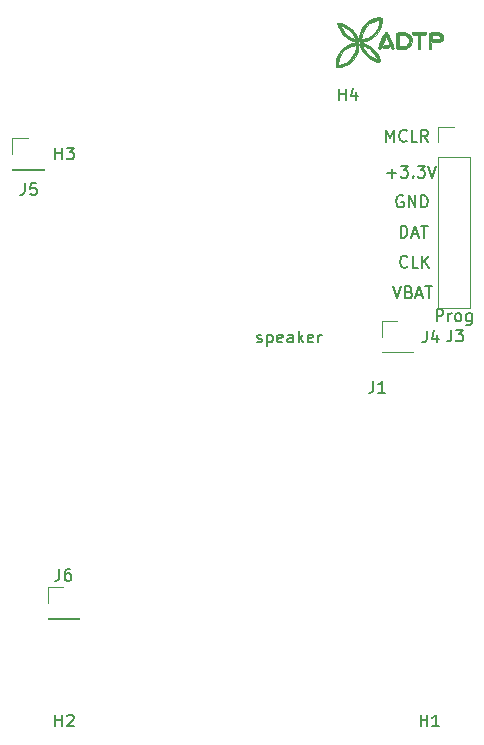
<source format=gto>
%TF.GenerationSoftware,KiCad,Pcbnew,(5.1.10)-1*%
%TF.CreationDate,2022-06-23T17:12:29+02:00*%
%TF.ProjectId,Stop_BBM_3PIC,53746f70-5f42-4424-9d5f-335049432e6b,1.1*%
%TF.SameCoordinates,Original*%
%TF.FileFunction,Legend,Top*%
%TF.FilePolarity,Positive*%
%FSLAX46Y46*%
G04 Gerber Fmt 4.6, Leading zero omitted, Abs format (unit mm)*
G04 Created by KiCad (PCBNEW (5.1.10)-1) date 2022-06-23 17:12:29*
%MOMM*%
%LPD*%
G01*
G04 APERTURE LIST*
%ADD10C,0.150000*%
%ADD11C,0.010000*%
%ADD12C,0.120000*%
G04 APERTURE END LIST*
D10*
X116336667Y-121611428D02*
X117098571Y-121611428D01*
X116717619Y-121992380D02*
X116717619Y-121230476D01*
X117479524Y-120992380D02*
X118098571Y-120992380D01*
X117765238Y-121373333D01*
X117908095Y-121373333D01*
X118003333Y-121420952D01*
X118050952Y-121468571D01*
X118098571Y-121563809D01*
X118098571Y-121801904D01*
X118050952Y-121897142D01*
X118003333Y-121944761D01*
X117908095Y-121992380D01*
X117622381Y-121992380D01*
X117527143Y-121944761D01*
X117479524Y-121897142D01*
X118527143Y-121897142D02*
X118574762Y-121944761D01*
X118527143Y-121992380D01*
X118479524Y-121944761D01*
X118527143Y-121897142D01*
X118527143Y-121992380D01*
X118908095Y-120992380D02*
X119527143Y-120992380D01*
X119193809Y-121373333D01*
X119336667Y-121373333D01*
X119431905Y-121420952D01*
X119479524Y-121468571D01*
X119527143Y-121563809D01*
X119527143Y-121801904D01*
X119479524Y-121897142D01*
X119431905Y-121944761D01*
X119336667Y-121992380D01*
X119050952Y-121992380D01*
X118955714Y-121944761D01*
X118908095Y-121897142D01*
X119812857Y-120992380D02*
X120146190Y-121992380D01*
X120479524Y-120992380D01*
X116857142Y-131202380D02*
X117190476Y-132202380D01*
X117523809Y-131202380D01*
X118190476Y-131678571D02*
X118333333Y-131726190D01*
X118380952Y-131773809D01*
X118428571Y-131869047D01*
X118428571Y-132011904D01*
X118380952Y-132107142D01*
X118333333Y-132154761D01*
X118238095Y-132202380D01*
X117857142Y-132202380D01*
X117857142Y-131202380D01*
X118190476Y-131202380D01*
X118285714Y-131250000D01*
X118333333Y-131297619D01*
X118380952Y-131392857D01*
X118380952Y-131488095D01*
X118333333Y-131583333D01*
X118285714Y-131630952D01*
X118190476Y-131678571D01*
X117857142Y-131678571D01*
X118809523Y-131916666D02*
X119285714Y-131916666D01*
X118714285Y-132202380D02*
X119047619Y-131202380D01*
X119380952Y-132202380D01*
X119571428Y-131202380D02*
X120142857Y-131202380D01*
X119857142Y-132202380D02*
X119857142Y-131202380D01*
X117480000Y-127072380D02*
X117480000Y-126072380D01*
X117718095Y-126072380D01*
X117860952Y-126120000D01*
X117956190Y-126215238D01*
X118003809Y-126310476D01*
X118051429Y-126500952D01*
X118051429Y-126643809D01*
X118003809Y-126834285D01*
X117956190Y-126929523D01*
X117860952Y-127024761D01*
X117718095Y-127072380D01*
X117480000Y-127072380D01*
X118432381Y-126786666D02*
X118908571Y-126786666D01*
X118337143Y-127072380D02*
X118670476Y-126072380D01*
X119003809Y-127072380D01*
X119194286Y-126072380D02*
X119765714Y-126072380D01*
X119480000Y-127072380D02*
X119480000Y-126072380D01*
X118051428Y-129517142D02*
X118003809Y-129564761D01*
X117860952Y-129612380D01*
X117765714Y-129612380D01*
X117622857Y-129564761D01*
X117527619Y-129469523D01*
X117480000Y-129374285D01*
X117432381Y-129183809D01*
X117432381Y-129040952D01*
X117480000Y-128850476D01*
X117527619Y-128755238D01*
X117622857Y-128660000D01*
X117765714Y-128612380D01*
X117860952Y-128612380D01*
X118003809Y-128660000D01*
X118051428Y-128707619D01*
X118956190Y-129612380D02*
X118480000Y-129612380D01*
X118480000Y-128612380D01*
X119289524Y-129612380D02*
X119289524Y-128612380D01*
X119860952Y-129612380D02*
X119432381Y-129040952D01*
X119860952Y-128612380D02*
X119289524Y-129183809D01*
X117670476Y-123550000D02*
X117575238Y-123502380D01*
X117432381Y-123502380D01*
X117289523Y-123550000D01*
X117194285Y-123645238D01*
X117146666Y-123740476D01*
X117099047Y-123930952D01*
X117099047Y-124073809D01*
X117146666Y-124264285D01*
X117194285Y-124359523D01*
X117289523Y-124454761D01*
X117432381Y-124502380D01*
X117527619Y-124502380D01*
X117670476Y-124454761D01*
X117718095Y-124407142D01*
X117718095Y-124073809D01*
X117527619Y-124073809D01*
X118146666Y-124502380D02*
X118146666Y-123502380D01*
X118718095Y-124502380D01*
X118718095Y-123502380D01*
X119194285Y-124502380D02*
X119194285Y-123502380D01*
X119432381Y-123502380D01*
X119575238Y-123550000D01*
X119670476Y-123645238D01*
X119718095Y-123740476D01*
X119765714Y-123930952D01*
X119765714Y-124073809D01*
X119718095Y-124264285D01*
X119670476Y-124359523D01*
X119575238Y-124454761D01*
X119432381Y-124502380D01*
X119194285Y-124502380D01*
X116261904Y-118952380D02*
X116261904Y-117952380D01*
X116595238Y-118666666D01*
X116928571Y-117952380D01*
X116928571Y-118952380D01*
X117976190Y-118857142D02*
X117928571Y-118904761D01*
X117785714Y-118952380D01*
X117690476Y-118952380D01*
X117547619Y-118904761D01*
X117452380Y-118809523D01*
X117404761Y-118714285D01*
X117357142Y-118523809D01*
X117357142Y-118380952D01*
X117404761Y-118190476D01*
X117452380Y-118095238D01*
X117547619Y-118000000D01*
X117690476Y-117952380D01*
X117785714Y-117952380D01*
X117928571Y-118000000D01*
X117976190Y-118047619D01*
X118880952Y-118952380D02*
X118404761Y-118952380D01*
X118404761Y-117952380D01*
X119785714Y-118952380D02*
X119452380Y-118476190D01*
X119214285Y-118952380D02*
X119214285Y-117952380D01*
X119595238Y-117952380D01*
X119690476Y-118000000D01*
X119738095Y-118047619D01*
X119785714Y-118142857D01*
X119785714Y-118285714D01*
X119738095Y-118380952D01*
X119690476Y-118428571D01*
X119595238Y-118476190D01*
X119214285Y-118476190D01*
X105309523Y-135904761D02*
X105404761Y-135952380D01*
X105595238Y-135952380D01*
X105690476Y-135904761D01*
X105738095Y-135809523D01*
X105738095Y-135761904D01*
X105690476Y-135666666D01*
X105595238Y-135619047D01*
X105452380Y-135619047D01*
X105357142Y-135571428D01*
X105309523Y-135476190D01*
X105309523Y-135428571D01*
X105357142Y-135333333D01*
X105452380Y-135285714D01*
X105595238Y-135285714D01*
X105690476Y-135333333D01*
X106166666Y-135285714D02*
X106166666Y-136285714D01*
X106166666Y-135333333D02*
X106261904Y-135285714D01*
X106452380Y-135285714D01*
X106547619Y-135333333D01*
X106595238Y-135380952D01*
X106642857Y-135476190D01*
X106642857Y-135761904D01*
X106595238Y-135857142D01*
X106547619Y-135904761D01*
X106452380Y-135952380D01*
X106261904Y-135952380D01*
X106166666Y-135904761D01*
X107452380Y-135904761D02*
X107357142Y-135952380D01*
X107166666Y-135952380D01*
X107071428Y-135904761D01*
X107023809Y-135809523D01*
X107023809Y-135428571D01*
X107071428Y-135333333D01*
X107166666Y-135285714D01*
X107357142Y-135285714D01*
X107452380Y-135333333D01*
X107500000Y-135428571D01*
X107500000Y-135523809D01*
X107023809Y-135619047D01*
X108357142Y-135952380D02*
X108357142Y-135428571D01*
X108309523Y-135333333D01*
X108214285Y-135285714D01*
X108023809Y-135285714D01*
X107928571Y-135333333D01*
X108357142Y-135904761D02*
X108261904Y-135952380D01*
X108023809Y-135952380D01*
X107928571Y-135904761D01*
X107880952Y-135809523D01*
X107880952Y-135714285D01*
X107928571Y-135619047D01*
X108023809Y-135571428D01*
X108261904Y-135571428D01*
X108357142Y-135523809D01*
X108833333Y-135952380D02*
X108833333Y-134952380D01*
X108928571Y-135571428D02*
X109214285Y-135952380D01*
X109214285Y-135285714D02*
X108833333Y-135666666D01*
X110023809Y-135904761D02*
X109928571Y-135952380D01*
X109738095Y-135952380D01*
X109642857Y-135904761D01*
X109595238Y-135809523D01*
X109595238Y-135428571D01*
X109642857Y-135333333D01*
X109738095Y-135285714D01*
X109928571Y-135285714D01*
X110023809Y-135333333D01*
X110071428Y-135428571D01*
X110071428Y-135523809D01*
X109595238Y-135619047D01*
X110500000Y-135952380D02*
X110500000Y-135285714D01*
X110500000Y-135476190D02*
X110547619Y-135380952D01*
X110595238Y-135333333D01*
X110690476Y-135285714D01*
X110785714Y-135285714D01*
X120523809Y-134152380D02*
X120523809Y-133152380D01*
X120904761Y-133152380D01*
X121000000Y-133200000D01*
X121047619Y-133247619D01*
X121095238Y-133342857D01*
X121095238Y-133485714D01*
X121047619Y-133580952D01*
X121000000Y-133628571D01*
X120904761Y-133676190D01*
X120523809Y-133676190D01*
X121523809Y-134152380D02*
X121523809Y-133485714D01*
X121523809Y-133676190D02*
X121571428Y-133580952D01*
X121619047Y-133533333D01*
X121714285Y-133485714D01*
X121809523Y-133485714D01*
X122285714Y-134152380D02*
X122190476Y-134104761D01*
X122142857Y-134057142D01*
X122095238Y-133961904D01*
X122095238Y-133676190D01*
X122142857Y-133580952D01*
X122190476Y-133533333D01*
X122285714Y-133485714D01*
X122428571Y-133485714D01*
X122523809Y-133533333D01*
X122571428Y-133580952D01*
X122619047Y-133676190D01*
X122619047Y-133961904D01*
X122571428Y-134057142D01*
X122523809Y-134104761D01*
X122428571Y-134152380D01*
X122285714Y-134152380D01*
X123476190Y-133485714D02*
X123476190Y-134295238D01*
X123428571Y-134390476D01*
X123380952Y-134438095D01*
X123285714Y-134485714D01*
X123142857Y-134485714D01*
X123047619Y-134438095D01*
X123476190Y-134104761D02*
X123380952Y-134152380D01*
X123190476Y-134152380D01*
X123095238Y-134104761D01*
X123047619Y-134057142D01*
X123000000Y-133961904D01*
X123000000Y-133676190D01*
X123047619Y-133580952D01*
X123095238Y-133533333D01*
X123190476Y-133485714D01*
X123380952Y-133485714D01*
X123476190Y-133533333D01*
D11*
%TO.C,G21*%
G36*
X113776679Y-110569369D02*
G01*
X113880625Y-110579375D01*
X113878056Y-110849692D01*
X113846769Y-111180175D01*
X113761892Y-111494302D01*
X113627340Y-111782647D01*
X113447028Y-112035787D01*
X113338537Y-112148459D01*
X113084500Y-112343689D01*
X112789155Y-112495415D01*
X112460442Y-112600221D01*
X112177522Y-112648123D01*
X112074914Y-112656897D01*
X112017981Y-112652217D01*
X111989557Y-112629755D01*
X111976229Y-112597405D01*
X111967623Y-112528873D01*
X111968167Y-112423339D01*
X111975085Y-112331306D01*
X111975188Y-112330703D01*
X112182000Y-112330703D01*
X112187176Y-112391157D01*
X112209432Y-112425393D01*
X112258857Y-112434596D01*
X112345539Y-112419955D01*
X112479568Y-112382654D01*
X112519968Y-112370441D01*
X112831165Y-112248593D01*
X113093087Y-112087157D01*
X113306574Y-111885113D01*
X113472465Y-111641436D01*
X113591600Y-111355106D01*
X113664822Y-111025099D01*
X113672316Y-110968312D01*
X113681116Y-110851571D01*
X113671973Y-110793509D01*
X113659847Y-110785750D01*
X113614400Y-110793779D01*
X113525543Y-110815024D01*
X113410913Y-110845216D01*
X113388087Y-110851498D01*
X113073603Y-110964649D01*
X112805631Y-111116168D01*
X112586686Y-111304237D01*
X112419285Y-111527036D01*
X112395618Y-111569196D01*
X112337257Y-111699198D01*
X112280609Y-111861143D01*
X112231793Y-112033213D01*
X112196930Y-112193593D01*
X112182139Y-112320465D01*
X112182000Y-112330703D01*
X111975188Y-112330703D01*
X112039324Y-111957008D01*
X112147357Y-111628458D01*
X112300104Y-111344565D01*
X112498480Y-111104240D01*
X112743405Y-110906392D01*
X113035794Y-110749931D01*
X113376568Y-110633767D01*
X113411554Y-110624772D01*
X113546543Y-110595219D01*
X113670850Y-110575371D01*
X113762014Y-110568635D01*
X113776679Y-110569369D01*
G37*
X113776679Y-110569369D02*
X113880625Y-110579375D01*
X113878056Y-110849692D01*
X113846769Y-111180175D01*
X113761892Y-111494302D01*
X113627340Y-111782647D01*
X113447028Y-112035787D01*
X113338537Y-112148459D01*
X113084500Y-112343689D01*
X112789155Y-112495415D01*
X112460442Y-112600221D01*
X112177522Y-112648123D01*
X112074914Y-112656897D01*
X112017981Y-112652217D01*
X111989557Y-112629755D01*
X111976229Y-112597405D01*
X111967623Y-112528873D01*
X111968167Y-112423339D01*
X111975085Y-112331306D01*
X111975188Y-112330703D01*
X112182000Y-112330703D01*
X112187176Y-112391157D01*
X112209432Y-112425393D01*
X112258857Y-112434596D01*
X112345539Y-112419955D01*
X112479568Y-112382654D01*
X112519968Y-112370441D01*
X112831165Y-112248593D01*
X113093087Y-112087157D01*
X113306574Y-111885113D01*
X113472465Y-111641436D01*
X113591600Y-111355106D01*
X113664822Y-111025099D01*
X113672316Y-110968312D01*
X113681116Y-110851571D01*
X113671973Y-110793509D01*
X113659847Y-110785750D01*
X113614400Y-110793779D01*
X113525543Y-110815024D01*
X113410913Y-110845216D01*
X113388087Y-110851498D01*
X113073603Y-110964649D01*
X112805631Y-111116168D01*
X112586686Y-111304237D01*
X112419285Y-111527036D01*
X112395618Y-111569196D01*
X112337257Y-111699198D01*
X112280609Y-111861143D01*
X112231793Y-112033213D01*
X112196930Y-112193593D01*
X112182139Y-112320465D01*
X112182000Y-112330703D01*
X111975188Y-112330703D01*
X112039324Y-111957008D01*
X112147357Y-111628458D01*
X112300104Y-111344565D01*
X112498480Y-111104240D01*
X112743405Y-110906392D01*
X113035794Y-110749931D01*
X113376568Y-110633767D01*
X113411554Y-110624772D01*
X113546543Y-110595219D01*
X113670850Y-110575371D01*
X113762014Y-110568635D01*
X113776679Y-110569369D01*
G36*
X114204415Y-110592207D02*
G01*
X114321229Y-110625506D01*
X114667968Y-110766298D01*
X114972955Y-110954222D01*
X115234489Y-111187701D01*
X115450870Y-111465159D01*
X115620397Y-111785022D01*
X115649365Y-111856092D01*
X115695885Y-111984987D01*
X115716875Y-112071075D01*
X115715031Y-112128430D01*
X115705956Y-112151548D01*
X115680517Y-112189941D01*
X115646679Y-112207321D01*
X115589186Y-112204550D01*
X115492783Y-112182486D01*
X115434078Y-112166879D01*
X115087482Y-112042432D01*
X114778341Y-111867205D01*
X114509116Y-111643408D01*
X114282266Y-111373248D01*
X114100251Y-111058933D01*
X114037402Y-110913356D01*
X114013156Y-110841176D01*
X114232423Y-110841176D01*
X114254967Y-110904893D01*
X114302169Y-110997678D01*
X114367448Y-111108560D01*
X114444225Y-111226567D01*
X114525920Y-111340729D01*
X114605954Y-111440073D01*
X114631437Y-111468333D01*
X114752919Y-111588723D01*
X114872494Y-111682537D01*
X115014447Y-111767351D01*
X115116027Y-111819065D01*
X115258911Y-111888264D01*
X115354504Y-111931806D01*
X115412197Y-111952657D01*
X115441381Y-111953782D01*
X115451449Y-111938148D01*
X115452250Y-111925256D01*
X115434035Y-111861078D01*
X115385407Y-111761851D01*
X115315387Y-111642294D01*
X115232999Y-111517129D01*
X115147266Y-111401076D01*
X115087721Y-111330536D01*
X114981434Y-111225027D01*
X114862949Y-111123658D01*
X114769625Y-111056233D01*
X114668739Y-110998345D01*
X114549369Y-110937853D01*
X114428777Y-110882556D01*
X114324226Y-110840252D01*
X114252978Y-110818737D01*
X114241116Y-110817500D01*
X114232423Y-110841176D01*
X114013156Y-110841176D01*
X113985801Y-110759745D01*
X113973425Y-110654148D01*
X114003550Y-110593242D01*
X114079455Y-110573703D01*
X114204415Y-110592207D01*
G37*
X114204415Y-110592207D02*
X114321229Y-110625506D01*
X114667968Y-110766298D01*
X114972955Y-110954222D01*
X115234489Y-111187701D01*
X115450870Y-111465159D01*
X115620397Y-111785022D01*
X115649365Y-111856092D01*
X115695885Y-111984987D01*
X115716875Y-112071075D01*
X115715031Y-112128430D01*
X115705956Y-112151548D01*
X115680517Y-112189941D01*
X115646679Y-112207321D01*
X115589186Y-112204550D01*
X115492783Y-112182486D01*
X115434078Y-112166879D01*
X115087482Y-112042432D01*
X114778341Y-111867205D01*
X114509116Y-111643408D01*
X114282266Y-111373248D01*
X114100251Y-111058933D01*
X114037402Y-110913356D01*
X114013156Y-110841176D01*
X114232423Y-110841176D01*
X114254967Y-110904893D01*
X114302169Y-110997678D01*
X114367448Y-111108560D01*
X114444225Y-111226567D01*
X114525920Y-111340729D01*
X114605954Y-111440073D01*
X114631437Y-111468333D01*
X114752919Y-111588723D01*
X114872494Y-111682537D01*
X115014447Y-111767351D01*
X115116027Y-111819065D01*
X115258911Y-111888264D01*
X115354504Y-111931806D01*
X115412197Y-111952657D01*
X115441381Y-111953782D01*
X115451449Y-111938148D01*
X115452250Y-111925256D01*
X115434035Y-111861078D01*
X115385407Y-111761851D01*
X115315387Y-111642294D01*
X115232999Y-111517129D01*
X115147266Y-111401076D01*
X115087721Y-111330536D01*
X114981434Y-111225027D01*
X114862949Y-111123658D01*
X114769625Y-111056233D01*
X114668739Y-110998345D01*
X114549369Y-110937853D01*
X114428777Y-110882556D01*
X114324226Y-110840252D01*
X114252978Y-110818737D01*
X114241116Y-110817500D01*
X114232423Y-110841176D01*
X114013156Y-110841176D01*
X113985801Y-110759745D01*
X113973425Y-110654148D01*
X114003550Y-110593242D01*
X114079455Y-110573703D01*
X114204415Y-110592207D01*
G36*
X117450800Y-109676512D02*
G01*
X117559008Y-109680537D01*
X117795725Y-109698974D01*
X117981163Y-109738608D01*
X118125455Y-109804486D01*
X118238737Y-109901657D01*
X118331140Y-110035171D01*
X118352752Y-110075979D01*
X118414559Y-110264304D01*
X118419520Y-110458691D01*
X118371719Y-110647316D01*
X118275239Y-110818353D01*
X118134163Y-110959974D01*
X118023706Y-111029032D01*
X117897267Y-111073573D01*
X117730748Y-111105439D01*
X117546767Y-111122017D01*
X117367941Y-111120693D01*
X117293750Y-111113368D01*
X117220620Y-111101386D01*
X117165590Y-111082476D01*
X117126090Y-111048382D01*
X117099546Y-110990846D01*
X117083387Y-110901611D01*
X117082056Y-110881000D01*
X117323846Y-110881000D01*
X117571230Y-110881000D01*
X117733867Y-110874551D01*
X117851719Y-110853272D01*
X117928453Y-110822093D01*
X118022985Y-110744644D01*
X118106868Y-110630488D01*
X118164960Y-110504373D01*
X118182750Y-110406483D01*
X118159329Y-110290539D01*
X118098946Y-110163245D01*
X118016413Y-110050014D01*
X117934430Y-109980548D01*
X117841367Y-109942840D01*
X117715893Y-109922346D01*
X117585180Y-109916321D01*
X117341375Y-109912625D01*
X117332610Y-110396812D01*
X117323846Y-110881000D01*
X117082056Y-110881000D01*
X117075042Y-110772422D01*
X117071938Y-110595019D01*
X117071500Y-110399829D01*
X117071558Y-110165151D01*
X117075087Y-109986532D01*
X117087117Y-109856553D01*
X117112675Y-109767792D01*
X117156794Y-109712829D01*
X117224501Y-109684241D01*
X117320826Y-109674609D01*
X117450800Y-109676512D01*
G37*
X117450800Y-109676512D02*
X117559008Y-109680537D01*
X117795725Y-109698974D01*
X117981163Y-109738608D01*
X118125455Y-109804486D01*
X118238737Y-109901657D01*
X118331140Y-110035171D01*
X118352752Y-110075979D01*
X118414559Y-110264304D01*
X118419520Y-110458691D01*
X118371719Y-110647316D01*
X118275239Y-110818353D01*
X118134163Y-110959974D01*
X118023706Y-111029032D01*
X117897267Y-111073573D01*
X117730748Y-111105439D01*
X117546767Y-111122017D01*
X117367941Y-111120693D01*
X117293750Y-111113368D01*
X117220620Y-111101386D01*
X117165590Y-111082476D01*
X117126090Y-111048382D01*
X117099546Y-110990846D01*
X117083387Y-110901611D01*
X117082056Y-110881000D01*
X117323846Y-110881000D01*
X117571230Y-110881000D01*
X117733867Y-110874551D01*
X117851719Y-110853272D01*
X117928453Y-110822093D01*
X118022985Y-110744644D01*
X118106868Y-110630488D01*
X118164960Y-110504373D01*
X118182750Y-110406483D01*
X118159329Y-110290539D01*
X118098946Y-110163245D01*
X118016413Y-110050014D01*
X117934430Y-109980548D01*
X117841367Y-109942840D01*
X117715893Y-109922346D01*
X117585180Y-109916321D01*
X117341375Y-109912625D01*
X117332610Y-110396812D01*
X117323846Y-110881000D01*
X117082056Y-110881000D01*
X117075042Y-110772422D01*
X117071938Y-110595019D01*
X117071500Y-110399829D01*
X117071558Y-110165151D01*
X117075087Y-109986532D01*
X117087117Y-109856553D01*
X117112675Y-109767792D01*
X117156794Y-109712829D01*
X117224501Y-109684241D01*
X117320826Y-109674609D01*
X117450800Y-109676512D01*
G36*
X116272810Y-109688437D02*
G01*
X116301444Y-109701938D01*
X116333801Y-109741445D01*
X116384177Y-109829457D01*
X116447869Y-109955187D01*
X116520173Y-110107843D01*
X116596387Y-110276636D01*
X116671809Y-110450778D01*
X116741735Y-110619477D01*
X116801462Y-110771945D01*
X116846288Y-110897392D01*
X116871511Y-110985027D01*
X116875015Y-111017886D01*
X116841522Y-111077612D01*
X116782875Y-111096932D01*
X116754073Y-111098979D01*
X116728869Y-111093259D01*
X116703580Y-111073082D01*
X116674522Y-111031758D01*
X116638008Y-110962594D01*
X116590357Y-110858901D01*
X116527882Y-110713988D01*
X116446899Y-110521162D01*
X116387809Y-110379483D01*
X116329628Y-110243676D01*
X116279573Y-110133897D01*
X116242740Y-110060831D01*
X116224226Y-110035164D01*
X116223725Y-110035441D01*
X116207481Y-110068172D01*
X116171425Y-110149980D01*
X116119715Y-110271136D01*
X116056508Y-110421914D01*
X115995776Y-110568707D01*
X115917494Y-110757035D01*
X115857817Y-110894304D01*
X115812265Y-110988608D01*
X115776356Y-111048042D01*
X115745610Y-111080702D01*
X115715545Y-111094682D01*
X115703462Y-111096770D01*
X115634725Y-111095824D01*
X115601874Y-111083540D01*
X115586303Y-111056937D01*
X115583668Y-111014951D01*
X115596223Y-110950465D01*
X115626224Y-110856358D01*
X115675927Y-110725512D01*
X115747587Y-110550808D01*
X115838474Y-110336757D01*
X115935841Y-110112946D01*
X116014396Y-109942518D01*
X116078363Y-109819682D01*
X116131964Y-109738647D01*
X116179423Y-109693622D01*
X116224964Y-109678816D01*
X116272810Y-109688437D01*
G37*
X116272810Y-109688437D02*
X116301444Y-109701938D01*
X116333801Y-109741445D01*
X116384177Y-109829457D01*
X116447869Y-109955187D01*
X116520173Y-110107843D01*
X116596387Y-110276636D01*
X116671809Y-110450778D01*
X116741735Y-110619477D01*
X116801462Y-110771945D01*
X116846288Y-110897392D01*
X116871511Y-110985027D01*
X116875015Y-111017886D01*
X116841522Y-111077612D01*
X116782875Y-111096932D01*
X116754073Y-111098979D01*
X116728869Y-111093259D01*
X116703580Y-111073082D01*
X116674522Y-111031758D01*
X116638008Y-110962594D01*
X116590357Y-110858901D01*
X116527882Y-110713988D01*
X116446899Y-110521162D01*
X116387809Y-110379483D01*
X116329628Y-110243676D01*
X116279573Y-110133897D01*
X116242740Y-110060831D01*
X116224226Y-110035164D01*
X116223725Y-110035441D01*
X116207481Y-110068172D01*
X116171425Y-110149980D01*
X116119715Y-110271136D01*
X116056508Y-110421914D01*
X115995776Y-110568707D01*
X115917494Y-110757035D01*
X115857817Y-110894304D01*
X115812265Y-110988608D01*
X115776356Y-111048042D01*
X115745610Y-111080702D01*
X115715545Y-111094682D01*
X115703462Y-111096770D01*
X115634725Y-111095824D01*
X115601874Y-111083540D01*
X115586303Y-111056937D01*
X115583668Y-111014951D01*
X115596223Y-110950465D01*
X115626224Y-110856358D01*
X115675927Y-110725512D01*
X115747587Y-110550808D01*
X115838474Y-110336757D01*
X115935841Y-110112946D01*
X116014396Y-109942518D01*
X116078363Y-109819682D01*
X116131964Y-109738647D01*
X116179423Y-109693622D01*
X116224964Y-109678816D01*
X116272810Y-109688437D01*
G36*
X119058425Y-109973928D02*
G01*
X119136742Y-109993584D01*
X119128058Y-110540479D01*
X119119375Y-111087375D01*
X119038811Y-111096770D01*
X118969458Y-111095923D01*
X118935624Y-111083540D01*
X118925687Y-111042975D01*
X118918581Y-110952610D01*
X118914177Y-110825259D01*
X118912351Y-110673738D01*
X118912976Y-110510863D01*
X118915924Y-110349447D01*
X118921071Y-110202307D01*
X118928289Y-110082257D01*
X118937453Y-110002112D01*
X118946554Y-109975009D01*
X119000727Y-109966188D01*
X119058425Y-109973928D01*
G37*
X119058425Y-109973928D02*
X119136742Y-109993584D01*
X119128058Y-110540479D01*
X119119375Y-111087375D01*
X119038811Y-111096770D01*
X118969458Y-111095923D01*
X118935624Y-111083540D01*
X118925687Y-111042975D01*
X118918581Y-110952610D01*
X118914177Y-110825259D01*
X118912351Y-110673738D01*
X118912976Y-110510863D01*
X118915924Y-110349447D01*
X118921071Y-110202307D01*
X118928289Y-110082257D01*
X118937453Y-110002112D01*
X118946554Y-109975009D01*
X119000727Y-109966188D01*
X119058425Y-109973928D01*
G36*
X120572657Y-109679343D02*
G01*
X120730035Y-109696021D01*
X120845620Y-109727751D01*
X120929972Y-109777752D01*
X120993652Y-109849243D01*
X121007686Y-109871026D01*
X121063716Y-110021044D01*
X121059533Y-110182435D01*
X121020093Y-110298162D01*
X120966856Y-110384695D01*
X120896203Y-110443356D01*
X120796755Y-110478224D01*
X120657135Y-110493378D01*
X120476055Y-110493204D01*
X120167125Y-110484125D01*
X120167125Y-110293625D01*
X120462065Y-110277750D01*
X120618123Y-110266062D01*
X120721174Y-110247595D01*
X120781692Y-110217194D01*
X120810149Y-110169708D01*
X120817027Y-110103125D01*
X120803420Y-110023857D01*
X120757414Y-109967367D01*
X120671234Y-109930157D01*
X120537103Y-109908727D01*
X120365562Y-109899960D01*
X120087750Y-109893593D01*
X120087750Y-110460321D01*
X120086066Y-110691996D01*
X120080841Y-110864463D01*
X120071807Y-110981927D01*
X120058701Y-111048597D01*
X120049650Y-111065150D01*
X119988799Y-111095402D01*
X119912042Y-111102188D01*
X119855226Y-111082389D01*
X119854916Y-111082083D01*
X119848423Y-111045213D01*
X119842736Y-110954841D01*
X119838181Y-110820964D01*
X119835084Y-110653579D01*
X119833772Y-110462683D01*
X119833750Y-110433512D01*
X119833750Y-109806108D01*
X119917406Y-109740304D01*
X119961481Y-109711234D01*
X120014506Y-109692134D01*
X120090124Y-109680988D01*
X120201982Y-109675782D01*
X120362926Y-109674500D01*
X120572657Y-109679343D01*
G37*
X120572657Y-109679343D02*
X120730035Y-109696021D01*
X120845620Y-109727751D01*
X120929972Y-109777752D01*
X120993652Y-109849243D01*
X121007686Y-109871026D01*
X121063716Y-110021044D01*
X121059533Y-110182435D01*
X121020093Y-110298162D01*
X120966856Y-110384695D01*
X120896203Y-110443356D01*
X120796755Y-110478224D01*
X120657135Y-110493378D01*
X120476055Y-110493204D01*
X120167125Y-110484125D01*
X120167125Y-110293625D01*
X120462065Y-110277750D01*
X120618123Y-110266062D01*
X120721174Y-110247595D01*
X120781692Y-110217194D01*
X120810149Y-110169708D01*
X120817027Y-110103125D01*
X120803420Y-110023857D01*
X120757414Y-109967367D01*
X120671234Y-109930157D01*
X120537103Y-109908727D01*
X120365562Y-109899960D01*
X120087750Y-109893593D01*
X120087750Y-110460321D01*
X120086066Y-110691996D01*
X120080841Y-110864463D01*
X120071807Y-110981927D01*
X120058701Y-111048597D01*
X120049650Y-111065150D01*
X119988799Y-111095402D01*
X119912042Y-111102188D01*
X119855226Y-111082389D01*
X119854916Y-111082083D01*
X119848423Y-111045213D01*
X119842736Y-110954841D01*
X119838181Y-110820964D01*
X119835084Y-110653579D01*
X119833772Y-110462683D01*
X119833750Y-110433512D01*
X119833750Y-109806108D01*
X119917406Y-109740304D01*
X119961481Y-109711234D01*
X120014506Y-109692134D01*
X120090124Y-109680988D01*
X120201982Y-109675782D01*
X120362926Y-109674500D01*
X120572657Y-109679343D01*
G36*
X116359033Y-110760033D02*
G01*
X116446357Y-110787281D01*
X116479204Y-110812062D01*
X116523436Y-110869684D01*
X116521510Y-110911802D01*
X116481857Y-110958107D01*
X116419482Y-110990560D01*
X116309284Y-111006045D01*
X116230125Y-111008000D01*
X116091438Y-111000603D01*
X116005385Y-110977191D01*
X115978392Y-110958107D01*
X115938371Y-110906884D01*
X115928500Y-110880532D01*
X115957066Y-110829253D01*
X116031422Y-110789448D01*
X116134547Y-110763232D01*
X116249423Y-110752722D01*
X116359033Y-110760033D01*
G37*
X116359033Y-110760033D02*
X116446357Y-110787281D01*
X116479204Y-110812062D01*
X116523436Y-110869684D01*
X116521510Y-110911802D01*
X116481857Y-110958107D01*
X116419482Y-110990560D01*
X116309284Y-111006045D01*
X116230125Y-111008000D01*
X116091438Y-111000603D01*
X116005385Y-110977191D01*
X115978392Y-110958107D01*
X115938371Y-110906884D01*
X115928500Y-110880532D01*
X115957066Y-110829253D01*
X116031422Y-110789448D01*
X116134547Y-110763232D01*
X116249423Y-110752722D01*
X116359033Y-110760033D01*
G36*
X112327641Y-108898639D02*
G01*
X112348856Y-108903030D01*
X112652188Y-108993937D01*
X112940781Y-109131258D01*
X113200639Y-109306627D01*
X113417766Y-109511673D01*
X113468342Y-109572428D01*
X113578748Y-109729164D01*
X113681308Y-109904050D01*
X113767632Y-110080090D01*
X113829327Y-110240288D01*
X113857243Y-110360135D01*
X113873008Y-110500000D01*
X113765691Y-110498292D01*
X113673757Y-110487268D01*
X113555405Y-110460908D01*
X113483750Y-110440018D01*
X113153543Y-110301367D01*
X112857792Y-110112726D01*
X112601639Y-109879095D01*
X112390223Y-109605472D01*
X112228685Y-109296859D01*
X112183885Y-109178211D01*
X112406599Y-109178211D01*
X112436034Y-109257674D01*
X112487015Y-109359263D01*
X112664805Y-109638336D01*
X112878667Y-109870142D01*
X113051231Y-110003900D01*
X113172299Y-110077615D01*
X113298098Y-110143252D01*
X113416735Y-110196024D01*
X113516317Y-110231146D01*
X113584952Y-110243831D01*
X113610748Y-110229293D01*
X113610750Y-110229069D01*
X113594426Y-110179567D01*
X113551513Y-110093409D01*
X113491096Y-109986470D01*
X113422262Y-109874626D01*
X113354097Y-109773750D01*
X113336256Y-109749483D01*
X113131417Y-109523104D01*
X112887477Y-109339658D01*
X112706770Y-109241218D01*
X112559832Y-109173284D01*
X112463893Y-109138490D01*
X112414350Y-109139307D01*
X112406599Y-109178211D01*
X112183885Y-109178211D01*
X112182486Y-109174508D01*
X112139484Y-109033894D01*
X112127972Y-108943386D01*
X112152478Y-108895597D01*
X112217525Y-108883143D01*
X112327641Y-108898639D01*
G37*
X112327641Y-108898639D02*
X112348856Y-108903030D01*
X112652188Y-108993937D01*
X112940781Y-109131258D01*
X113200639Y-109306627D01*
X113417766Y-109511673D01*
X113468342Y-109572428D01*
X113578748Y-109729164D01*
X113681308Y-109904050D01*
X113767632Y-110080090D01*
X113829327Y-110240288D01*
X113857243Y-110360135D01*
X113873008Y-110500000D01*
X113765691Y-110498292D01*
X113673757Y-110487268D01*
X113555405Y-110460908D01*
X113483750Y-110440018D01*
X113153543Y-110301367D01*
X112857792Y-110112726D01*
X112601639Y-109879095D01*
X112390223Y-109605472D01*
X112228685Y-109296859D01*
X112183885Y-109178211D01*
X112406599Y-109178211D01*
X112436034Y-109257674D01*
X112487015Y-109359263D01*
X112664805Y-109638336D01*
X112878667Y-109870142D01*
X113051231Y-110003900D01*
X113172299Y-110077615D01*
X113298098Y-110143252D01*
X113416735Y-110196024D01*
X113516317Y-110231146D01*
X113584952Y-110243831D01*
X113610748Y-110229293D01*
X113610750Y-110229069D01*
X113594426Y-110179567D01*
X113551513Y-110093409D01*
X113491096Y-109986470D01*
X113422262Y-109874626D01*
X113354097Y-109773750D01*
X113336256Y-109749483D01*
X113131417Y-109523104D01*
X112887477Y-109339658D01*
X112706770Y-109241218D01*
X112559832Y-109173284D01*
X112463893Y-109138490D01*
X112414350Y-109139307D01*
X112406599Y-109178211D01*
X112183885Y-109178211D01*
X112182486Y-109174508D01*
X112139484Y-109033894D01*
X112127972Y-108943386D01*
X112152478Y-108895597D01*
X112217525Y-108883143D01*
X112327641Y-108898639D01*
G36*
X115835051Y-108441966D02*
G01*
X115869930Y-108505115D01*
X115879631Y-108615872D01*
X115875762Y-108712793D01*
X115826890Y-109061271D01*
X115728904Y-109382856D01*
X115585058Y-109671679D01*
X115398604Y-109921876D01*
X115172794Y-110127580D01*
X115043858Y-110213270D01*
X114890899Y-110292580D01*
X114721102Y-110362260D01*
X114545158Y-110420013D01*
X114373755Y-110463538D01*
X114217586Y-110490537D01*
X114087338Y-110498711D01*
X113993704Y-110485760D01*
X113947372Y-110449385D01*
X113947268Y-110449118D01*
X113939355Y-110380494D01*
X113945105Y-110266101D01*
X113949495Y-110228786D01*
X114150500Y-110228786D01*
X114171411Y-110265768D01*
X114236892Y-110275331D01*
X114351065Y-110257273D01*
X114518051Y-110211392D01*
X114520218Y-110210725D01*
X114690351Y-110154361D01*
X114822977Y-110098487D01*
X114942792Y-110030828D01*
X115074493Y-109939109D01*
X115090242Y-109927415D01*
X115259828Y-109767814D01*
X115409035Y-109562556D01*
X115525597Y-109328962D01*
X115539159Y-109293500D01*
X115571308Y-109191823D01*
X115603314Y-109067064D01*
X115632157Y-108934824D01*
X115654818Y-108810706D01*
X115668276Y-108710313D01*
X115669513Y-108649248D01*
X115665789Y-108639205D01*
X115629760Y-108638674D01*
X115549192Y-108651517D01*
X115440967Y-108674997D01*
X115432383Y-108677068D01*
X115110231Y-108783032D01*
X114833528Y-108933051D01*
X114602949Y-109126437D01*
X114419168Y-109362502D01*
X114282857Y-109640558D01*
X114199509Y-109935098D01*
X114176115Y-110057892D01*
X114158794Y-110160198D01*
X114150725Y-110222969D01*
X114150500Y-110228786D01*
X113949495Y-110228786D01*
X113962108Y-110121603D01*
X113987952Y-109962662D01*
X114020229Y-109804942D01*
X114056526Y-109664106D01*
X114078549Y-109596111D01*
X114218356Y-109293335D01*
X114403973Y-109034250D01*
X114635571Y-108818730D01*
X114913319Y-108646651D01*
X115237386Y-108517886D01*
X115607942Y-108432311D01*
X115664283Y-108423662D01*
X115768625Y-108417718D01*
X115835051Y-108441966D01*
G37*
X115835051Y-108441966D02*
X115869930Y-108505115D01*
X115879631Y-108615872D01*
X115875762Y-108712793D01*
X115826890Y-109061271D01*
X115728904Y-109382856D01*
X115585058Y-109671679D01*
X115398604Y-109921876D01*
X115172794Y-110127580D01*
X115043858Y-110213270D01*
X114890899Y-110292580D01*
X114721102Y-110362260D01*
X114545158Y-110420013D01*
X114373755Y-110463538D01*
X114217586Y-110490537D01*
X114087338Y-110498711D01*
X113993704Y-110485760D01*
X113947372Y-110449385D01*
X113947268Y-110449118D01*
X113939355Y-110380494D01*
X113945105Y-110266101D01*
X113949495Y-110228786D01*
X114150500Y-110228786D01*
X114171411Y-110265768D01*
X114236892Y-110275331D01*
X114351065Y-110257273D01*
X114518051Y-110211392D01*
X114520218Y-110210725D01*
X114690351Y-110154361D01*
X114822977Y-110098487D01*
X114942792Y-110030828D01*
X115074493Y-109939109D01*
X115090242Y-109927415D01*
X115259828Y-109767814D01*
X115409035Y-109562556D01*
X115525597Y-109328962D01*
X115539159Y-109293500D01*
X115571308Y-109191823D01*
X115603314Y-109067064D01*
X115632157Y-108934824D01*
X115654818Y-108810706D01*
X115668276Y-108710313D01*
X115669513Y-108649248D01*
X115665789Y-108639205D01*
X115629760Y-108638674D01*
X115549192Y-108651517D01*
X115440967Y-108674997D01*
X115432383Y-108677068D01*
X115110231Y-108783032D01*
X114833528Y-108933051D01*
X114602949Y-109126437D01*
X114419168Y-109362502D01*
X114282857Y-109640558D01*
X114199509Y-109935098D01*
X114176115Y-110057892D01*
X114158794Y-110160198D01*
X114150725Y-110222969D01*
X114150500Y-110228786D01*
X113949495Y-110228786D01*
X113962108Y-110121603D01*
X113987952Y-109962662D01*
X114020229Y-109804942D01*
X114056526Y-109664106D01*
X114078549Y-109596111D01*
X114218356Y-109293335D01*
X114403973Y-109034250D01*
X114635571Y-108818730D01*
X114913319Y-108646651D01*
X115237386Y-108517886D01*
X115607942Y-108432311D01*
X115664283Y-108423662D01*
X115768625Y-108417718D01*
X115835051Y-108441966D01*
G36*
X119232436Y-109675053D02*
G01*
X119386098Y-109677237D01*
X119493958Y-109681840D01*
X119564861Y-109689649D01*
X119607653Y-109701453D01*
X119631180Y-109718037D01*
X119638980Y-109729242D01*
X119650859Y-109809949D01*
X119639440Y-109840367D01*
X119623449Y-109860378D01*
X119594124Y-109875045D01*
X119542586Y-109885183D01*
X119459958Y-109891605D01*
X119337361Y-109895124D01*
X119165917Y-109896555D01*
X119024125Y-109896750D01*
X118816179Y-109896241D01*
X118662851Y-109894171D01*
X118555261Y-109889728D01*
X118484532Y-109882097D01*
X118441783Y-109870466D01*
X118418138Y-109854020D01*
X118408809Y-109840367D01*
X118397601Y-109759038D01*
X118409269Y-109729242D01*
X118426079Y-109709752D01*
X118457383Y-109695468D01*
X118512028Y-109685603D01*
X118598860Y-109679368D01*
X118726724Y-109675978D01*
X118904466Y-109674643D01*
X119024124Y-109674500D01*
X119232436Y-109675053D01*
G37*
X119232436Y-109675053D02*
X119386098Y-109677237D01*
X119493958Y-109681840D01*
X119564861Y-109689649D01*
X119607653Y-109701453D01*
X119631180Y-109718037D01*
X119638980Y-109729242D01*
X119650859Y-109809949D01*
X119639440Y-109840367D01*
X119623449Y-109860378D01*
X119594124Y-109875045D01*
X119542586Y-109885183D01*
X119459958Y-109891605D01*
X119337361Y-109895124D01*
X119165917Y-109896555D01*
X119024125Y-109896750D01*
X118816179Y-109896241D01*
X118662851Y-109894171D01*
X118555261Y-109889728D01*
X118484532Y-109882097D01*
X118441783Y-109870466D01*
X118418138Y-109854020D01*
X118408809Y-109840367D01*
X118397601Y-109759038D01*
X118409269Y-109729242D01*
X118426079Y-109709752D01*
X118457383Y-109695468D01*
X118512028Y-109685603D01*
X118598860Y-109679368D01*
X118726724Y-109675978D01*
X118904466Y-109674643D01*
X119024124Y-109674500D01*
X119232436Y-109675053D01*
D12*
%TO.C,J3*%
X120670000Y-133030000D02*
X123330000Y-133030000D01*
X120670000Y-120270000D02*
X120670000Y-133030000D01*
X123330000Y-120270000D02*
X123330000Y-133030000D01*
X120670000Y-120270000D02*
X123330000Y-120270000D01*
X120670000Y-119000000D02*
X120670000Y-117670000D01*
X120670000Y-117670000D02*
X122000000Y-117670000D01*
%TO.C,J4*%
X115870000Y-136780000D02*
X118530000Y-136780000D01*
X115870000Y-136720000D02*
X115870000Y-136780000D01*
X118530000Y-136720000D02*
X118530000Y-136780000D01*
X115870000Y-136720000D02*
X118530000Y-136720000D01*
X115870000Y-135450000D02*
X115870000Y-134120000D01*
X115870000Y-134120000D02*
X117200000Y-134120000D01*
%TO.C,J5*%
X84590000Y-121330000D02*
X87250000Y-121330000D01*
X84590000Y-121270000D02*
X84590000Y-121330000D01*
X87250000Y-121270000D02*
X87250000Y-121330000D01*
X84590000Y-121270000D02*
X87250000Y-121270000D01*
X84590000Y-120000000D02*
X84590000Y-118670000D01*
X84590000Y-118670000D02*
X85920000Y-118670000D01*
%TO.C,J6*%
X87590000Y-156670000D02*
X88920000Y-156670000D01*
X87590000Y-158000000D02*
X87590000Y-156670000D01*
X87590000Y-159270000D02*
X90250000Y-159270000D01*
X90250000Y-159270000D02*
X90250000Y-159330000D01*
X87590000Y-159270000D02*
X87590000Y-159330000D01*
X87590000Y-159330000D02*
X90250000Y-159330000D01*
%TO.C,H1*%
D10*
X119158095Y-168452380D02*
X119158095Y-167452380D01*
X119158095Y-167928571D02*
X119729523Y-167928571D01*
X119729523Y-168452380D02*
X119729523Y-167452380D01*
X120729523Y-168452380D02*
X120158095Y-168452380D01*
X120443809Y-168452380D02*
X120443809Y-167452380D01*
X120348571Y-167595238D01*
X120253333Y-167690476D01*
X120158095Y-167738095D01*
%TO.C,H4*%
X112238095Y-115452380D02*
X112238095Y-114452380D01*
X112238095Y-114928571D02*
X112809523Y-114928571D01*
X112809523Y-115452380D02*
X112809523Y-114452380D01*
X113714285Y-114785714D02*
X113714285Y-115452380D01*
X113476190Y-114404761D02*
X113238095Y-115119047D01*
X113857142Y-115119047D01*
%TO.C,H2*%
X88238095Y-168452380D02*
X88238095Y-167452380D01*
X88238095Y-167928571D02*
X88809523Y-167928571D01*
X88809523Y-168452380D02*
X88809523Y-167452380D01*
X89238095Y-167547619D02*
X89285714Y-167500000D01*
X89380952Y-167452380D01*
X89619047Y-167452380D01*
X89714285Y-167500000D01*
X89761904Y-167547619D01*
X89809523Y-167642857D01*
X89809523Y-167738095D01*
X89761904Y-167880952D01*
X89190476Y-168452380D01*
X89809523Y-168452380D01*
%TO.C,H3*%
X88238095Y-120452380D02*
X88238095Y-119452380D01*
X88238095Y-119928571D02*
X88809523Y-119928571D01*
X88809523Y-120452380D02*
X88809523Y-119452380D01*
X89190476Y-119452380D02*
X89809523Y-119452380D01*
X89476190Y-119833333D01*
X89619047Y-119833333D01*
X89714285Y-119880952D01*
X89761904Y-119928571D01*
X89809523Y-120023809D01*
X89809523Y-120261904D01*
X89761904Y-120357142D01*
X89714285Y-120404761D01*
X89619047Y-120452380D01*
X89333333Y-120452380D01*
X89238095Y-120404761D01*
X89190476Y-120357142D01*
%TO.C,J3*%
X121766666Y-134852380D02*
X121766666Y-135566666D01*
X121719047Y-135709523D01*
X121623809Y-135804761D01*
X121480952Y-135852380D01*
X121385714Y-135852380D01*
X122147619Y-134852380D02*
X122766666Y-134852380D01*
X122433333Y-135233333D01*
X122576190Y-135233333D01*
X122671428Y-135280952D01*
X122719047Y-135328571D01*
X122766666Y-135423809D01*
X122766666Y-135661904D01*
X122719047Y-135757142D01*
X122671428Y-135804761D01*
X122576190Y-135852380D01*
X122290476Y-135852380D01*
X122195238Y-135804761D01*
X122147619Y-135757142D01*
%TO.C,J1*%
X115166666Y-139202380D02*
X115166666Y-139916666D01*
X115119047Y-140059523D01*
X115023809Y-140154761D01*
X114880952Y-140202380D01*
X114785714Y-140202380D01*
X116166666Y-140202380D02*
X115595238Y-140202380D01*
X115880952Y-140202380D02*
X115880952Y-139202380D01*
X115785714Y-139345238D01*
X115690476Y-139440476D01*
X115595238Y-139488095D01*
%TO.C,J4*%
X119666666Y-134952380D02*
X119666666Y-135666666D01*
X119619047Y-135809523D01*
X119523809Y-135904761D01*
X119380952Y-135952380D01*
X119285714Y-135952380D01*
X120571428Y-135285714D02*
X120571428Y-135952380D01*
X120333333Y-134904761D02*
X120095238Y-135619047D01*
X120714285Y-135619047D01*
%TO.C,J5*%
X85666666Y-122452380D02*
X85666666Y-123166666D01*
X85619047Y-123309523D01*
X85523809Y-123404761D01*
X85380952Y-123452380D01*
X85285714Y-123452380D01*
X86619047Y-122452380D02*
X86142857Y-122452380D01*
X86095238Y-122928571D01*
X86142857Y-122880952D01*
X86238095Y-122833333D01*
X86476190Y-122833333D01*
X86571428Y-122880952D01*
X86619047Y-122928571D01*
X86666666Y-123023809D01*
X86666666Y-123261904D01*
X86619047Y-123357142D01*
X86571428Y-123404761D01*
X86476190Y-123452380D01*
X86238095Y-123452380D01*
X86142857Y-123404761D01*
X86095238Y-123357142D01*
%TO.C,J6*%
X88586666Y-155122380D02*
X88586666Y-155836666D01*
X88539047Y-155979523D01*
X88443809Y-156074761D01*
X88300952Y-156122380D01*
X88205714Y-156122380D01*
X89491428Y-155122380D02*
X89300952Y-155122380D01*
X89205714Y-155170000D01*
X89158095Y-155217619D01*
X89062857Y-155360476D01*
X89015238Y-155550952D01*
X89015238Y-155931904D01*
X89062857Y-156027142D01*
X89110476Y-156074761D01*
X89205714Y-156122380D01*
X89396190Y-156122380D01*
X89491428Y-156074761D01*
X89539047Y-156027142D01*
X89586666Y-155931904D01*
X89586666Y-155693809D01*
X89539047Y-155598571D01*
X89491428Y-155550952D01*
X89396190Y-155503333D01*
X89205714Y-155503333D01*
X89110476Y-155550952D01*
X89062857Y-155598571D01*
X89015238Y-155693809D01*
%TD*%
M02*

</source>
